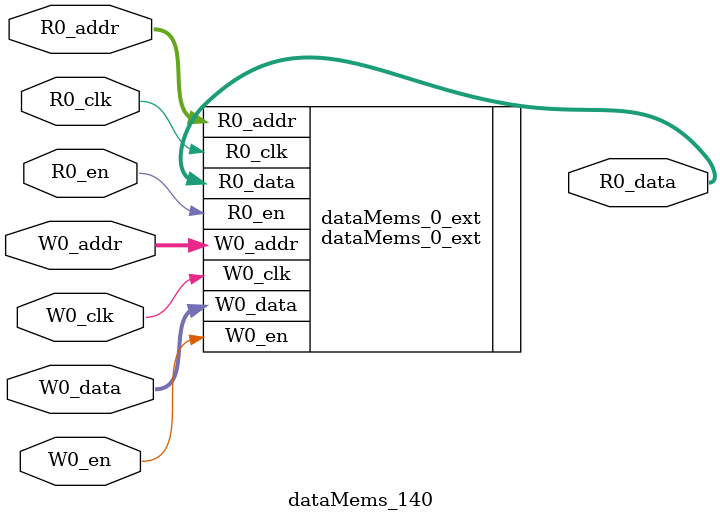
<source format=sv>
`ifndef RANDOMIZE
  `ifdef RANDOMIZE_REG_INIT
    `define RANDOMIZE
  `endif // RANDOMIZE_REG_INIT
`endif // not def RANDOMIZE
`ifndef RANDOMIZE
  `ifdef RANDOMIZE_MEM_INIT
    `define RANDOMIZE
  `endif // RANDOMIZE_MEM_INIT
`endif // not def RANDOMIZE

`ifndef RANDOM
  `define RANDOM $random
`endif // not def RANDOM

// Users can define 'PRINTF_COND' to add an extra gate to prints.
`ifndef PRINTF_COND_
  `ifdef PRINTF_COND
    `define PRINTF_COND_ (`PRINTF_COND)
  `else  // PRINTF_COND
    `define PRINTF_COND_ 1
  `endif // PRINTF_COND
`endif // not def PRINTF_COND_

// Users can define 'ASSERT_VERBOSE_COND' to add an extra gate to assert error printing.
`ifndef ASSERT_VERBOSE_COND_
  `ifdef ASSERT_VERBOSE_COND
    `define ASSERT_VERBOSE_COND_ (`ASSERT_VERBOSE_COND)
  `else  // ASSERT_VERBOSE_COND
    `define ASSERT_VERBOSE_COND_ 1
  `endif // ASSERT_VERBOSE_COND
`endif // not def ASSERT_VERBOSE_COND_

// Users can define 'STOP_COND' to add an extra gate to stop conditions.
`ifndef STOP_COND_
  `ifdef STOP_COND
    `define STOP_COND_ (`STOP_COND)
  `else  // STOP_COND
    `define STOP_COND_ 1
  `endif // STOP_COND
`endif // not def STOP_COND_

// Users can define INIT_RANDOM as general code that gets injected into the
// initializer block for modules with registers.
`ifndef INIT_RANDOM
  `define INIT_RANDOM
`endif // not def INIT_RANDOM

// If using random initialization, you can also define RANDOMIZE_DELAY to
// customize the delay used, otherwise 0.002 is used.
`ifndef RANDOMIZE_DELAY
  `define RANDOMIZE_DELAY 0.002
`endif // not def RANDOMIZE_DELAY

// Define INIT_RANDOM_PROLOG_ for use in our modules below.
`ifndef INIT_RANDOM_PROLOG_
  `ifdef RANDOMIZE
    `ifdef VERILATOR
      `define INIT_RANDOM_PROLOG_ `INIT_RANDOM
    `else  // VERILATOR
      `define INIT_RANDOM_PROLOG_ `INIT_RANDOM #`RANDOMIZE_DELAY begin end
    `endif // VERILATOR
  `else  // RANDOMIZE
    `define INIT_RANDOM_PROLOG_
  `endif // RANDOMIZE
`endif // not def INIT_RANDOM_PROLOG_

// Include register initializers in init blocks unless synthesis is set
`ifndef SYNTHESIS
  `ifndef ENABLE_INITIAL_REG_
    `define ENABLE_INITIAL_REG_
  `endif // not def ENABLE_INITIAL_REG_
`endif // not def SYNTHESIS

// Include rmemory initializers in init blocks unless synthesis is set
`ifndef SYNTHESIS
  `ifndef ENABLE_INITIAL_MEM_
    `define ENABLE_INITIAL_MEM_
  `endif // not def ENABLE_INITIAL_MEM_
`endif // not def SYNTHESIS

module dataMems_140(	// @[generators/ara/src/main/scala/UnsafeAXI4ToTL.scala:365:62]
  input  [4:0]   R0_addr,
  input          R0_en,
  input          R0_clk,
  output [130:0] R0_data,
  input  [4:0]   W0_addr,
  input          W0_en,
  input          W0_clk,
  input  [130:0] W0_data
);

  dataMems_0_ext dataMems_0_ext (	// @[generators/ara/src/main/scala/UnsafeAXI4ToTL.scala:365:62]
    .R0_addr (R0_addr),
    .R0_en   (R0_en),
    .R0_clk  (R0_clk),
    .R0_data (R0_data),
    .W0_addr (W0_addr),
    .W0_en   (W0_en),
    .W0_clk  (W0_clk),
    .W0_data (W0_data)
  );
endmodule


</source>
